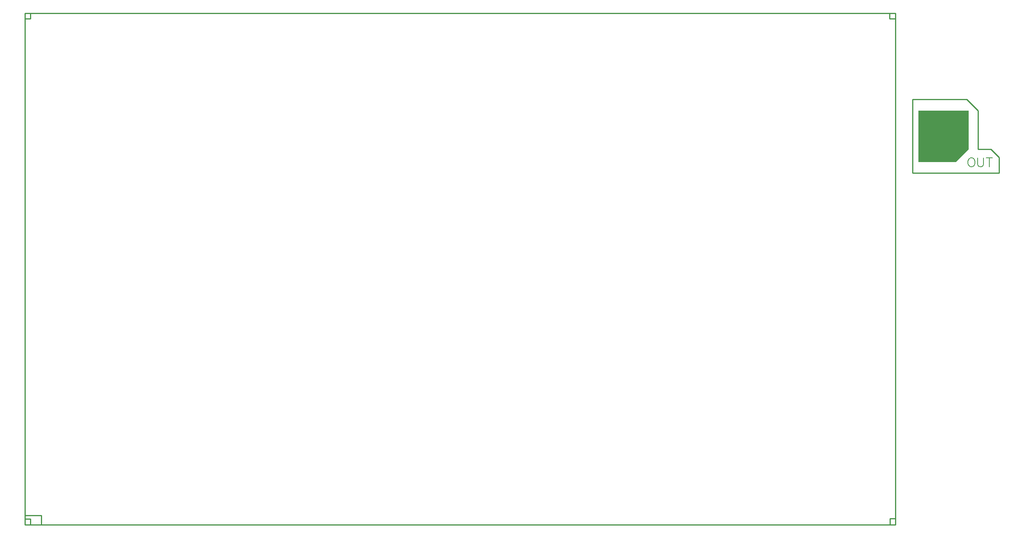
<source format=gto>
G04 Layer: TopSilkscreenLayer*
G04 EasyEDA v6.5.22, 2023-03-24 00:04:05*
G04 1816f6d41fbb4fb68ab43b55433a14ba,7be1179030e74d40a97a3c751b95adb4,10*
G04 Gerber Generator version 0.2*
G04 Scale: 100 percent, Rotated: No, Reflected: No *
G04 Dimensions in millimeters *
G04 leading zeros omitted , absolute positions ,4 integer and 5 decimal *
%FSLAX45Y45*%
%MOMM*%

%ADD10C,0.2032*%
%ADD11C,0.2540*%

%LPD*%
D10*
X13720572Y-3973321D02*
G01*
X13702029Y-3982465D01*
X13683741Y-4001007D01*
X13674343Y-4019550D01*
X13665200Y-4047236D01*
X13665200Y-4093210D01*
X13674343Y-4121150D01*
X13683741Y-4139437D01*
X13702029Y-4157979D01*
X13720572Y-4167123D01*
X13757656Y-4167123D01*
X13775943Y-4157979D01*
X13794486Y-4139437D01*
X13803629Y-4121150D01*
X13813027Y-4093210D01*
X13813027Y-4047236D01*
X13803629Y-4019550D01*
X13794486Y-4001007D01*
X13775943Y-3982465D01*
X13757656Y-3973321D01*
X13720572Y-3973321D01*
X13873988Y-3973321D02*
G01*
X13873988Y-4111752D01*
X13883131Y-4139437D01*
X13901674Y-4157979D01*
X13929359Y-4167123D01*
X13947902Y-4167123D01*
X13975588Y-4157979D01*
X13994129Y-4139437D01*
X14003274Y-4111752D01*
X14003274Y-3973321D01*
X14128750Y-3973321D02*
G01*
X14128750Y-4167123D01*
X14064234Y-3973321D02*
G01*
X14193520Y-3973321D01*
G36*
X12585700Y-2946400D02*
G01*
X12585700Y-4064000D01*
X13398500Y-4064000D01*
X13677900Y-3797300D01*
X13677900Y-2946400D01*
G37*
D11*
X-6826272Y-831824D02*
G01*
X-6826272Y-11944324D01*
X12084027Y-11944324D01*
X12084027Y-831824D01*
X-6826272Y-831824D01*
X12496800Y-2705100D02*
G01*
X13639800Y-2705100D01*
X13881100Y-2946400D01*
X13881100Y-3784600D01*
X14160500Y-3784600D01*
X14338300Y-3962400D01*
X14338300Y-4305300D01*
X12458700Y-4305300D01*
X12458700Y-2705100D01*
X12496800Y-2705100D01*
X12084027Y-11810779D02*
G01*
X11969727Y-11810779D01*
X11969727Y-11927619D02*
G01*
X11969727Y-11813319D01*
X-6705600Y-11938000D02*
G01*
X-6705600Y-11823700D01*
X-6711950Y-11823700D02*
G01*
X-6826250Y-11823700D01*
X-6470672Y-11741124D02*
G01*
X-6470672Y-11944324D01*
X-6826250Y-952500D02*
G01*
X-6711950Y-952500D01*
X-6711972Y-945675D02*
G01*
X-6711972Y-831375D01*
X11963400Y-946150D02*
G01*
X11963400Y-831850D01*
X12084050Y-952500D02*
G01*
X11969750Y-952500D01*
X-6826272Y-11741124D02*
G01*
X-6470672Y-11741124D01*
M02*

</source>
